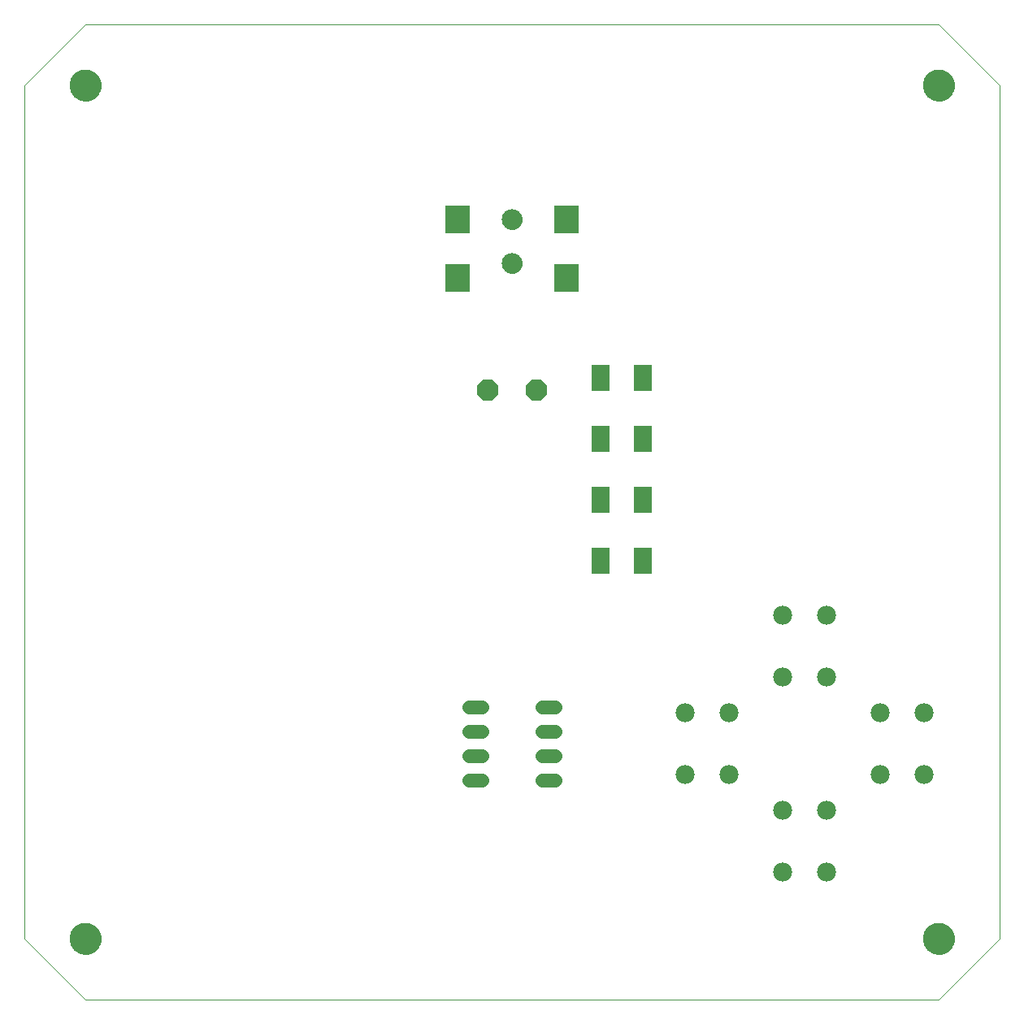
<source format=gbs>
G75*
%MOIN*%
%OFA0B0*%
%FSLAX24Y24*%
%IPPOS*%
%LPD*%
%AMOC8*
5,1,8,0,0,1.08239X$1,22.5*
%
%ADD10C,0.0000*%
%ADD11C,0.1300*%
%ADD12C,0.0780*%
%ADD13C,0.0560*%
%ADD14R,0.0749X0.1103*%
%ADD15R,0.0985X0.1142*%
%ADD16C,0.0840*%
%ADD17OC8,0.0890*%
D10*
X002680Y003220D02*
X005180Y000720D01*
X040180Y000720D01*
X042680Y003220D01*
X042680Y038220D01*
X040180Y040716D01*
X005180Y040716D01*
X002680Y038220D01*
X002680Y003220D01*
X004550Y003220D02*
X004552Y003270D01*
X004558Y003320D01*
X004568Y003369D01*
X004582Y003417D01*
X004599Y003464D01*
X004620Y003509D01*
X004645Y003553D01*
X004673Y003594D01*
X004705Y003633D01*
X004739Y003670D01*
X004776Y003704D01*
X004816Y003734D01*
X004858Y003761D01*
X004902Y003785D01*
X004948Y003806D01*
X004995Y003822D01*
X005043Y003835D01*
X005093Y003844D01*
X005142Y003849D01*
X005193Y003850D01*
X005243Y003847D01*
X005292Y003840D01*
X005341Y003829D01*
X005389Y003814D01*
X005435Y003796D01*
X005480Y003774D01*
X005523Y003748D01*
X005564Y003719D01*
X005603Y003687D01*
X005639Y003652D01*
X005671Y003614D01*
X005701Y003574D01*
X005728Y003531D01*
X005751Y003487D01*
X005770Y003441D01*
X005786Y003393D01*
X005798Y003344D01*
X005806Y003295D01*
X005810Y003245D01*
X005810Y003195D01*
X005806Y003145D01*
X005798Y003096D01*
X005786Y003047D01*
X005770Y002999D01*
X005751Y002953D01*
X005728Y002909D01*
X005701Y002866D01*
X005671Y002826D01*
X005639Y002788D01*
X005603Y002753D01*
X005564Y002721D01*
X005523Y002692D01*
X005480Y002666D01*
X005435Y002644D01*
X005389Y002626D01*
X005341Y002611D01*
X005292Y002600D01*
X005243Y002593D01*
X005193Y002590D01*
X005142Y002591D01*
X005093Y002596D01*
X005043Y002605D01*
X004995Y002618D01*
X004948Y002634D01*
X004902Y002655D01*
X004858Y002679D01*
X004816Y002706D01*
X004776Y002736D01*
X004739Y002770D01*
X004705Y002807D01*
X004673Y002846D01*
X004645Y002887D01*
X004620Y002931D01*
X004599Y002976D01*
X004582Y003023D01*
X004568Y003071D01*
X004558Y003120D01*
X004552Y003170D01*
X004550Y003220D01*
X022280Y030920D02*
X022282Y030960D01*
X022288Y030999D01*
X022298Y031038D01*
X022311Y031075D01*
X022329Y031111D01*
X022350Y031145D01*
X022374Y031177D01*
X022401Y031206D01*
X022431Y031233D01*
X022463Y031256D01*
X022498Y031276D01*
X022534Y031292D01*
X022572Y031305D01*
X022611Y031314D01*
X022650Y031319D01*
X022690Y031320D01*
X022730Y031317D01*
X022769Y031310D01*
X022807Y031299D01*
X022845Y031285D01*
X022880Y031266D01*
X022913Y031245D01*
X022945Y031220D01*
X022973Y031192D01*
X022999Y031162D01*
X023021Y031129D01*
X023040Y031094D01*
X023056Y031057D01*
X023068Y031019D01*
X023076Y030980D01*
X023080Y030940D01*
X023080Y030900D01*
X023076Y030860D01*
X023068Y030821D01*
X023056Y030783D01*
X023040Y030746D01*
X023021Y030711D01*
X022999Y030678D01*
X022973Y030648D01*
X022945Y030620D01*
X022913Y030595D01*
X022880Y030574D01*
X022845Y030555D01*
X022807Y030541D01*
X022769Y030530D01*
X022730Y030523D01*
X022690Y030520D01*
X022650Y030521D01*
X022611Y030526D01*
X022572Y030535D01*
X022534Y030548D01*
X022498Y030564D01*
X022463Y030584D01*
X022431Y030607D01*
X022401Y030634D01*
X022374Y030663D01*
X022350Y030695D01*
X022329Y030729D01*
X022311Y030765D01*
X022298Y030802D01*
X022288Y030841D01*
X022282Y030880D01*
X022280Y030920D01*
X022280Y032720D02*
X022282Y032760D01*
X022288Y032799D01*
X022298Y032838D01*
X022311Y032875D01*
X022329Y032911D01*
X022350Y032945D01*
X022374Y032977D01*
X022401Y033006D01*
X022431Y033033D01*
X022463Y033056D01*
X022498Y033076D01*
X022534Y033092D01*
X022572Y033105D01*
X022611Y033114D01*
X022650Y033119D01*
X022690Y033120D01*
X022730Y033117D01*
X022769Y033110D01*
X022807Y033099D01*
X022845Y033085D01*
X022880Y033066D01*
X022913Y033045D01*
X022945Y033020D01*
X022973Y032992D01*
X022999Y032962D01*
X023021Y032929D01*
X023040Y032894D01*
X023056Y032857D01*
X023068Y032819D01*
X023076Y032780D01*
X023080Y032740D01*
X023080Y032700D01*
X023076Y032660D01*
X023068Y032621D01*
X023056Y032583D01*
X023040Y032546D01*
X023021Y032511D01*
X022999Y032478D01*
X022973Y032448D01*
X022945Y032420D01*
X022913Y032395D01*
X022880Y032374D01*
X022845Y032355D01*
X022807Y032341D01*
X022769Y032330D01*
X022730Y032323D01*
X022690Y032320D01*
X022650Y032321D01*
X022611Y032326D01*
X022572Y032335D01*
X022534Y032348D01*
X022498Y032364D01*
X022463Y032384D01*
X022431Y032407D01*
X022401Y032434D01*
X022374Y032463D01*
X022350Y032495D01*
X022329Y032529D01*
X022311Y032565D01*
X022298Y032602D01*
X022288Y032641D01*
X022282Y032680D01*
X022280Y032720D01*
X004550Y038220D02*
X004552Y038270D01*
X004558Y038320D01*
X004568Y038369D01*
X004582Y038417D01*
X004599Y038464D01*
X004620Y038509D01*
X004645Y038553D01*
X004673Y038594D01*
X004705Y038633D01*
X004739Y038670D01*
X004776Y038704D01*
X004816Y038734D01*
X004858Y038761D01*
X004902Y038785D01*
X004948Y038806D01*
X004995Y038822D01*
X005043Y038835D01*
X005093Y038844D01*
X005142Y038849D01*
X005193Y038850D01*
X005243Y038847D01*
X005292Y038840D01*
X005341Y038829D01*
X005389Y038814D01*
X005435Y038796D01*
X005480Y038774D01*
X005523Y038748D01*
X005564Y038719D01*
X005603Y038687D01*
X005639Y038652D01*
X005671Y038614D01*
X005701Y038574D01*
X005728Y038531D01*
X005751Y038487D01*
X005770Y038441D01*
X005786Y038393D01*
X005798Y038344D01*
X005806Y038295D01*
X005810Y038245D01*
X005810Y038195D01*
X005806Y038145D01*
X005798Y038096D01*
X005786Y038047D01*
X005770Y037999D01*
X005751Y037953D01*
X005728Y037909D01*
X005701Y037866D01*
X005671Y037826D01*
X005639Y037788D01*
X005603Y037753D01*
X005564Y037721D01*
X005523Y037692D01*
X005480Y037666D01*
X005435Y037644D01*
X005389Y037626D01*
X005341Y037611D01*
X005292Y037600D01*
X005243Y037593D01*
X005193Y037590D01*
X005142Y037591D01*
X005093Y037596D01*
X005043Y037605D01*
X004995Y037618D01*
X004948Y037634D01*
X004902Y037655D01*
X004858Y037679D01*
X004816Y037706D01*
X004776Y037736D01*
X004739Y037770D01*
X004705Y037807D01*
X004673Y037846D01*
X004645Y037887D01*
X004620Y037931D01*
X004599Y037976D01*
X004582Y038023D01*
X004568Y038071D01*
X004558Y038120D01*
X004552Y038170D01*
X004550Y038220D01*
X039550Y038220D02*
X039552Y038270D01*
X039558Y038320D01*
X039568Y038369D01*
X039582Y038417D01*
X039599Y038464D01*
X039620Y038509D01*
X039645Y038553D01*
X039673Y038594D01*
X039705Y038633D01*
X039739Y038670D01*
X039776Y038704D01*
X039816Y038734D01*
X039858Y038761D01*
X039902Y038785D01*
X039948Y038806D01*
X039995Y038822D01*
X040043Y038835D01*
X040093Y038844D01*
X040142Y038849D01*
X040193Y038850D01*
X040243Y038847D01*
X040292Y038840D01*
X040341Y038829D01*
X040389Y038814D01*
X040435Y038796D01*
X040480Y038774D01*
X040523Y038748D01*
X040564Y038719D01*
X040603Y038687D01*
X040639Y038652D01*
X040671Y038614D01*
X040701Y038574D01*
X040728Y038531D01*
X040751Y038487D01*
X040770Y038441D01*
X040786Y038393D01*
X040798Y038344D01*
X040806Y038295D01*
X040810Y038245D01*
X040810Y038195D01*
X040806Y038145D01*
X040798Y038096D01*
X040786Y038047D01*
X040770Y037999D01*
X040751Y037953D01*
X040728Y037909D01*
X040701Y037866D01*
X040671Y037826D01*
X040639Y037788D01*
X040603Y037753D01*
X040564Y037721D01*
X040523Y037692D01*
X040480Y037666D01*
X040435Y037644D01*
X040389Y037626D01*
X040341Y037611D01*
X040292Y037600D01*
X040243Y037593D01*
X040193Y037590D01*
X040142Y037591D01*
X040093Y037596D01*
X040043Y037605D01*
X039995Y037618D01*
X039948Y037634D01*
X039902Y037655D01*
X039858Y037679D01*
X039816Y037706D01*
X039776Y037736D01*
X039739Y037770D01*
X039705Y037807D01*
X039673Y037846D01*
X039645Y037887D01*
X039620Y037931D01*
X039599Y037976D01*
X039582Y038023D01*
X039568Y038071D01*
X039558Y038120D01*
X039552Y038170D01*
X039550Y038220D01*
X039550Y003220D02*
X039552Y003270D01*
X039558Y003320D01*
X039568Y003369D01*
X039582Y003417D01*
X039599Y003464D01*
X039620Y003509D01*
X039645Y003553D01*
X039673Y003594D01*
X039705Y003633D01*
X039739Y003670D01*
X039776Y003704D01*
X039816Y003734D01*
X039858Y003761D01*
X039902Y003785D01*
X039948Y003806D01*
X039995Y003822D01*
X040043Y003835D01*
X040093Y003844D01*
X040142Y003849D01*
X040193Y003850D01*
X040243Y003847D01*
X040292Y003840D01*
X040341Y003829D01*
X040389Y003814D01*
X040435Y003796D01*
X040480Y003774D01*
X040523Y003748D01*
X040564Y003719D01*
X040603Y003687D01*
X040639Y003652D01*
X040671Y003614D01*
X040701Y003574D01*
X040728Y003531D01*
X040751Y003487D01*
X040770Y003441D01*
X040786Y003393D01*
X040798Y003344D01*
X040806Y003295D01*
X040810Y003245D01*
X040810Y003195D01*
X040806Y003145D01*
X040798Y003096D01*
X040786Y003047D01*
X040770Y002999D01*
X040751Y002953D01*
X040728Y002909D01*
X040701Y002866D01*
X040671Y002826D01*
X040639Y002788D01*
X040603Y002753D01*
X040564Y002721D01*
X040523Y002692D01*
X040480Y002666D01*
X040435Y002644D01*
X040389Y002626D01*
X040341Y002611D01*
X040292Y002600D01*
X040243Y002593D01*
X040193Y002590D01*
X040142Y002591D01*
X040093Y002596D01*
X040043Y002605D01*
X039995Y002618D01*
X039948Y002634D01*
X039902Y002655D01*
X039858Y002679D01*
X039816Y002706D01*
X039776Y002736D01*
X039739Y002770D01*
X039705Y002807D01*
X039673Y002846D01*
X039645Y002887D01*
X039620Y002931D01*
X039599Y002976D01*
X039582Y003023D01*
X039568Y003071D01*
X039558Y003120D01*
X039552Y003170D01*
X039550Y003220D01*
D11*
X040180Y003220D03*
X005180Y003220D03*
X005180Y038220D03*
X040180Y038220D03*
D12*
X035570Y016500D03*
X033790Y016500D03*
X033790Y013940D03*
X035570Y013940D03*
X037790Y012500D03*
X039570Y012500D03*
X039570Y009940D03*
X037790Y009940D03*
X035570Y008500D03*
X033790Y008500D03*
X031570Y009940D03*
X029790Y009940D03*
X029790Y012500D03*
X031570Y012500D03*
X033790Y005940D03*
X035570Y005940D03*
D13*
X024440Y009720D02*
X023920Y009720D01*
X023920Y010720D02*
X024440Y010720D01*
X024440Y011720D02*
X023920Y011720D01*
X023920Y012720D02*
X024440Y012720D01*
X021440Y012720D02*
X020920Y012720D01*
X020920Y011720D02*
X021440Y011720D01*
X021440Y010720D02*
X020920Y010720D01*
X020920Y009720D02*
X021440Y009720D01*
D14*
X026314Y018720D03*
X028046Y018720D03*
X028046Y021220D03*
X026314Y021220D03*
X026314Y023720D03*
X028046Y023720D03*
X028046Y026220D03*
X026314Y026220D03*
D15*
X024924Y030318D03*
X024924Y032720D03*
X020436Y032720D03*
X020436Y030318D03*
D16*
X022680Y030920D03*
X022680Y032720D03*
D17*
X021680Y025720D03*
X023680Y025720D03*
M02*

</source>
